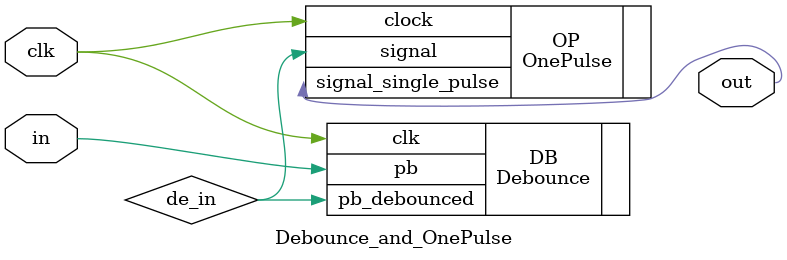
<source format=v>
module Debounce_and_OnePulse( clk, in, out );
input clk, in;
output out;

wire de_in;

Debounce DB ( .clk(clk), .pb(in), .pb_debounced(de_in) );
OnePulse OP ( .clock(clk), .signal(de_in), .signal_single_pulse(out));

endmodule
</source>
